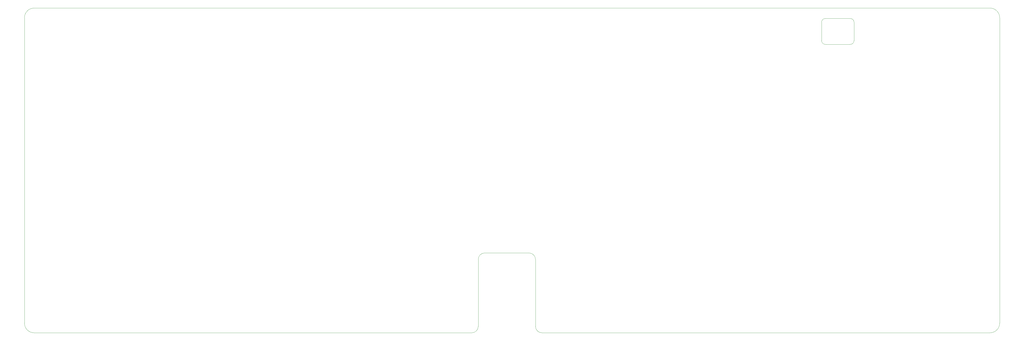
<source format=gbr>
%TF.GenerationSoftware,KiCad,Pcbnew,9.0.0*%
%TF.CreationDate,2025-03-10T19:04:22-04:00*%
%TF.ProjectId,cnc-hmi,636e632d-686d-4692-9e6b-696361645f70,rev?*%
%TF.SameCoordinates,Original*%
%TF.FileFunction,Profile,NP*%
%FSLAX46Y46*%
G04 Gerber Fmt 4.6, Leading zero omitted, Abs format (unit mm)*
G04 Created by KiCad (PCBNEW 9.0.0) date 2025-03-10 19:04:22*
%MOMM*%
%LPD*%
G01*
G04 APERTURE LIST*
%TA.AperFunction,Profile*%
%ADD10C,0.050000*%
%TD*%
G04 APERTURE END LIST*
D10*
X198882000Y-141986000D02*
X198882000Y-168148000D01*
X196342000Y-170688000D02*
X25400000Y-170688000D01*
X25400000Y-170688000D02*
G75*
G02*
X21590000Y-166878000I0J3810000D01*
G01*
X332994000Y-49276000D02*
X332994000Y-56388000D01*
X21590000Y-47498000D02*
G75*
G02*
X25400000Y-43688000I3810000J0D01*
G01*
X221234000Y-141986000D02*
X221234000Y-168148000D01*
X332994000Y-49276000D02*
G75*
G02*
X334518000Y-47752000I1524000J0D01*
G01*
X218694000Y-139446000D02*
G75*
G02*
X221234000Y-141986000I0J-2540000D01*
G01*
X25400000Y-43688000D02*
X398780000Y-43688000D01*
X345694000Y-56388000D02*
X345694000Y-49276000D01*
X402590000Y-47498000D02*
X402590000Y-166878000D01*
X398780000Y-170688000D02*
X223774000Y-170688000D01*
X398780000Y-43688000D02*
G75*
G02*
X402590000Y-47498000I0J-3810000D01*
G01*
X344170000Y-47752000D02*
X334518000Y-47752000D01*
X334518000Y-57912000D02*
X344170000Y-57912000D01*
X344170000Y-47752000D02*
G75*
G02*
X345694000Y-49276000I0J-1524000D01*
G01*
X402590000Y-166878000D02*
G75*
G02*
X398780000Y-170688000I-3810000J0D01*
G01*
X218694000Y-139446000D02*
X201422000Y-139446000D01*
X345694000Y-56388000D02*
G75*
G02*
X344170000Y-57912000I-1524000J0D01*
G01*
X198882000Y-141986000D02*
G75*
G02*
X201422000Y-139446000I2540000J0D01*
G01*
X21590000Y-166878000D02*
X21590000Y-47498000D01*
X223774000Y-170688000D02*
G75*
G02*
X221234000Y-168148000I0J2540000D01*
G01*
X334518000Y-57912000D02*
G75*
G02*
X332994000Y-56388000I0J1524000D01*
G01*
X198882000Y-168148000D02*
G75*
G02*
X196342000Y-170688000I-2540000J0D01*
G01*
M02*

</source>
